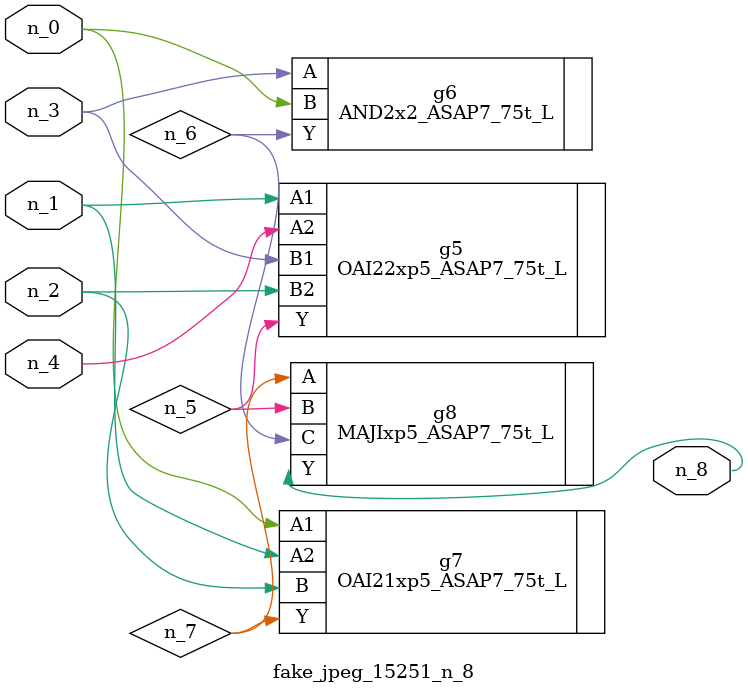
<source format=v>
module fake_jpeg_15251_n_8 (n_3, n_2, n_1, n_0, n_4, n_8);

input n_3;
input n_2;
input n_1;
input n_0;
input n_4;

output n_8;

wire n_6;
wire n_5;
wire n_7;

OAI22xp5_ASAP7_75t_L g5 ( 
.A1(n_1),
.A2(n_4),
.B1(n_3),
.B2(n_2),
.Y(n_5)
);

AND2x2_ASAP7_75t_L g6 ( 
.A(n_3),
.B(n_0),
.Y(n_6)
);

OAI21xp5_ASAP7_75t_L g7 ( 
.A1(n_0),
.A2(n_1),
.B(n_2),
.Y(n_7)
);

MAJIxp5_ASAP7_75t_L g8 ( 
.A(n_7),
.B(n_5),
.C(n_6),
.Y(n_8)
);


endmodule
</source>
